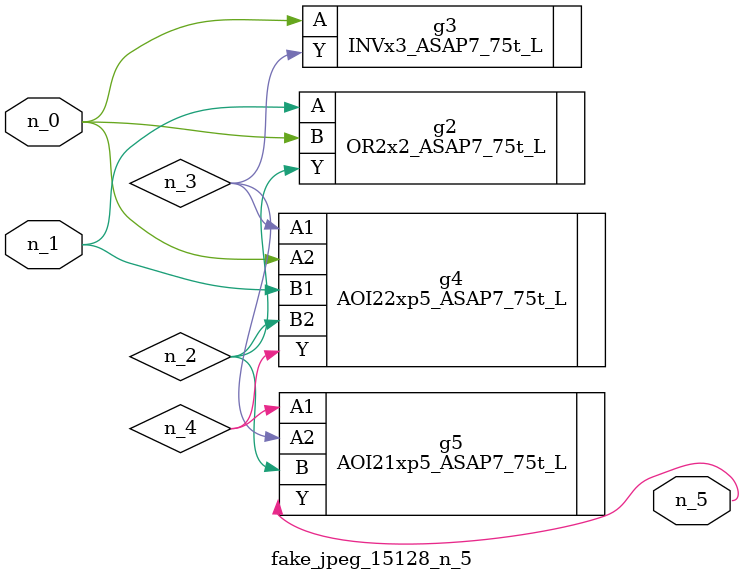
<source format=v>
module fake_jpeg_15128_n_5 (n_0, n_1, n_5);

input n_0;
input n_1;

output n_5;

wire n_2;
wire n_3;
wire n_4;

OR2x2_ASAP7_75t_L g2 ( 
.A(n_1),
.B(n_0),
.Y(n_2)
);

INVx3_ASAP7_75t_L g3 ( 
.A(n_0),
.Y(n_3)
);

AOI22xp5_ASAP7_75t_L g4 ( 
.A1(n_3),
.A2(n_0),
.B1(n_1),
.B2(n_2),
.Y(n_4)
);

AOI21xp5_ASAP7_75t_L g5 ( 
.A1(n_4),
.A2(n_3),
.B(n_2),
.Y(n_5)
);


endmodule
</source>
